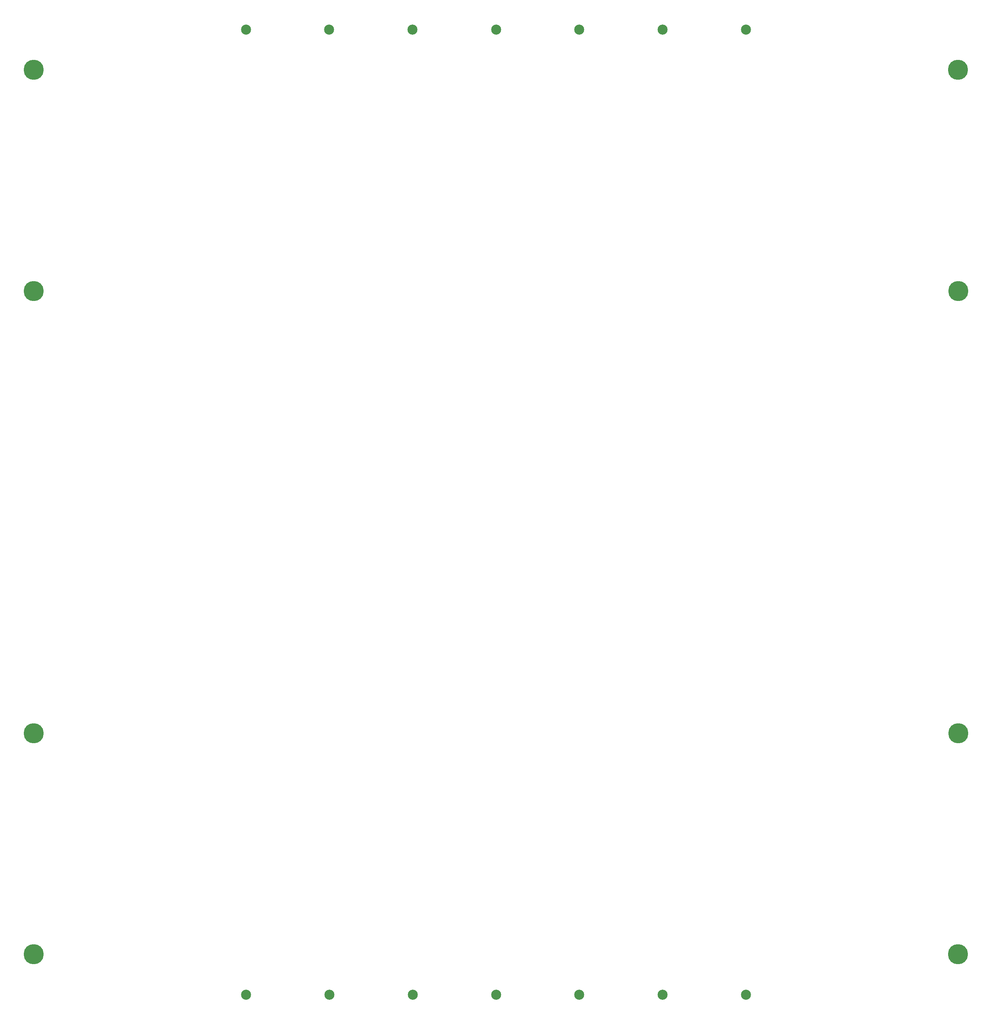
<source format=gbr>
%TF.GenerationSoftware,KiCad,Pcbnew,7.0.2*%
%TF.CreationDate,2023-05-22T19:29:04+02:00*%
%TF.ProjectId,Board1_Pad_PogoPin,426f6172-6431-45f5-9061-645f506f676f,rev?*%
%TF.SameCoordinates,Original*%
%TF.FileFunction,Soldermask,Top*%
%TF.FilePolarity,Negative*%
%FSLAX46Y46*%
G04 Gerber Fmt 4.6, Leading zero omitted, Abs format (unit mm)*
G04 Created by KiCad (PCBNEW 7.0.2) date 2023-05-22 19:29:04*
%MOMM*%
%LPD*%
G01*
G04 APERTURE LIST*
%ADD10C,2.500000*%
%ADD11C,5.000000*%
G04 APERTURE END LIST*
D10*
%TO.C,*%
X325134558Y-107793250D03*
%TD*%
D11*
%TO.C,REF\u002A\u002A2*%
X168651479Y-337816100D03*
%TD*%
D10*
%TO.C,*%
X304408158Y-107793250D03*
%TD*%
D11*
%TO.C,*%
X398692958Y-282850050D03*
%TD*%
D10*
%TO.C,*%
X345860958Y-107793250D03*
%TD*%
%TO.C,*%
X283681758Y-347823250D03*
%TD*%
%TO.C,*%
X221502558Y-347823250D03*
%TD*%
%TO.C,*%
X345860958Y-347823250D03*
%TD*%
%TO.C,*%
X283681758Y-107793250D03*
%TD*%
D11*
%TO.C,REF\u002A\u002A*%
X168651479Y-117816100D03*
%TD*%
%TO.C,REF\u002A\u002A1*%
X398651479Y-117816100D03*
%TD*%
D10*
%TO.C,*%
X242178158Y-107793250D03*
%TD*%
%TO.C,*%
X304408158Y-347823250D03*
%TD*%
%TO.C,*%
X262904558Y-107793250D03*
%TD*%
%TO.C,*%
X242228958Y-347823250D03*
%TD*%
D11*
%TO.C,*%
X398692958Y-172868050D03*
%TD*%
D10*
%TO.C,*%
X221451758Y-107793250D03*
%TD*%
%TO.C,*%
X325134558Y-347823250D03*
%TD*%
%TO.C,*%
X262955358Y-347823250D03*
%TD*%
D11*
%TO.C,*%
X168670558Y-282850050D03*
%TD*%
%TO.C,REF\u002A\u002A3*%
X398651479Y-337816100D03*
%TD*%
%TO.C,*%
X168670558Y-172817250D03*
%TD*%
M02*

</source>
